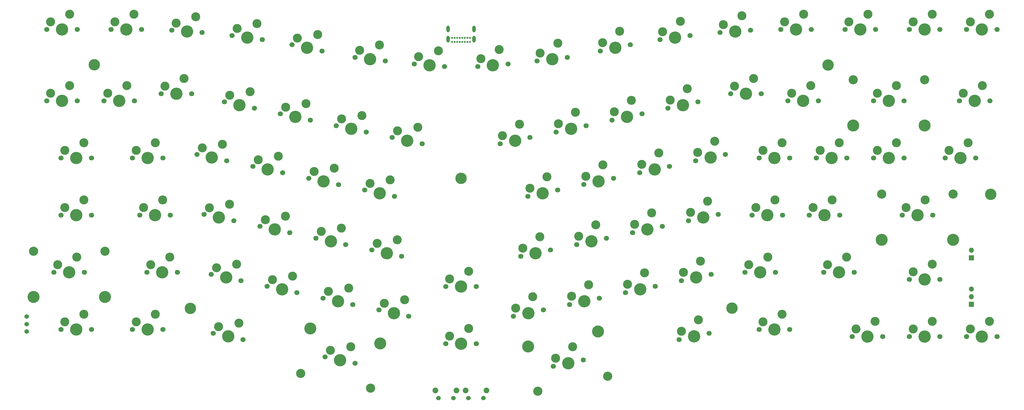
<source format=gbr>
%TF.GenerationSoftware,KiCad,Pcbnew,7.0.10*%
%TF.CreationDate,2024-01-25T00:58:59+01:00*%
%TF.ProjectId,Wonderland,576f6e64-6572-46c6-916e-642e6b696361,rev?*%
%TF.SameCoordinates,Original*%
%TF.FileFunction,Soldermask,Top*%
%TF.FilePolarity,Negative*%
%FSLAX46Y46*%
G04 Gerber Fmt 4.6, Leading zero omitted, Abs format (unit mm)*
G04 Created by KiCad (PCBNEW 7.0.10) date 2024-01-25 00:58:59*
%MOMM*%
%LPD*%
G01*
G04 APERTURE LIST*
%ADD10C,1.700000*%
%ADD11C,3.000000*%
%ADD12C,4.100000*%
%ADD13C,3.050000*%
%ADD14C,4.000000*%
%ADD15C,3.800000*%
%ADD16C,1.524000*%
%ADD17C,1.900000*%
%ADD18R,1.700000X1.700000*%
%ADD19O,1.700000X1.700000*%
%ADD20C,0.650000*%
%ADD21O,1.108000X2.216000*%
G04 APERTURE END LIST*
D10*
%TO.C,KD1*%
X71667585Y-96097303D03*
D11*
X72937585Y-93557303D03*
D12*
X76747585Y-96097303D03*
D11*
X79287585Y-91017303D03*
D10*
X81827585Y-96097303D03*
%TD*%
%TO.C,KB11*%
X268548485Y-55616003D03*
D11*
X269818485Y-53076003D03*
D12*
X273628485Y-55616003D03*
D11*
X276168485Y-50536003D03*
D10*
X278708485Y-55616003D03*
%TD*%
%TO.C,KD11*%
X275692285Y-96097303D03*
D11*
X276962285Y-93557303D03*
D12*
X280772285Y-96097303D03*
D11*
X283312285Y-91017303D03*
D10*
X285852285Y-96097303D03*
%TD*%
%TO.C,KC12*%
X316173485Y-77047303D03*
D11*
X317443485Y-74507303D03*
D12*
X321253485Y-77047303D03*
D11*
X323793485Y-71967303D03*
D10*
X326333485Y-77047303D03*
%TD*%
%TO.C,KC4*%
X127986892Y-83803526D03*
D11*
X129757235Y-81583079D03*
D12*
X132955882Y-84859718D03*
D11*
X136496568Y-80418824D03*
D10*
X137924872Y-85915909D03*
%TD*%
%TO.C,KB10*%
X247668810Y-60472991D03*
D11*
X248382962Y-57724449D03*
D12*
X252637800Y-59416800D03*
D11*
X254066103Y-53919715D03*
D10*
X257606790Y-58360609D03*
%TD*%
%TO.C,KE3*%
X114115692Y-119806226D03*
D11*
X115886035Y-117585779D03*
D12*
X119084682Y-120862418D03*
D11*
X122625368Y-116421524D03*
D10*
X124053672Y-121918609D03*
%TD*%
%TO.C,KB9*%
X229035110Y-64433691D03*
D11*
X229749262Y-61685149D03*
D12*
X234004100Y-63377500D03*
D11*
X235432403Y-57880415D03*
D10*
X238973090Y-62321309D03*
%TD*%
%TO.C,KC1*%
X69286285Y-77047303D03*
D11*
X70556285Y-74507303D03*
D12*
X74366285Y-77047303D03*
D11*
X76906285Y-71967303D03*
D10*
X79446285Y-77047303D03*
%TD*%
%TO.C,KA2*%
X82346127Y-34518068D03*
D11*
X83790215Y-32072846D03*
D12*
X87413752Y-34872431D03*
D11*
X90301928Y-29981987D03*
D10*
X92481378Y-35226794D03*
%TD*%
%TO.C,KF8*%
X328079785Y-136578503D03*
D11*
X329349785Y-134038503D03*
D12*
X333159785Y-136578503D03*
D11*
X335699785Y-131498503D03*
D10*
X338239785Y-136578503D03*
%TD*%
%TO.C,KA9*%
X225137810Y-41409591D03*
D11*
X225851962Y-38661049D03*
D12*
X230106800Y-40353400D03*
D11*
X231535103Y-34856315D03*
D10*
X235075790Y-39297209D03*
%TD*%
%TO.C,KA12*%
X285217285Y-34184803D03*
D11*
X286487285Y-31644803D03*
D12*
X290297285Y-34184803D03*
D11*
X292837285Y-29104803D03*
D10*
X295377285Y-34184803D03*
%TD*%
%TO.C,KE8*%
X214832410Y-125879391D03*
D11*
X215546562Y-123130849D03*
D12*
X219801400Y-124823200D03*
D11*
X221229703Y-119326115D03*
D10*
X224770390Y-123767009D03*
%TD*%
%TO.C,KF0*%
X45473835Y-134197303D03*
D11*
X46743835Y-131657303D03*
D12*
X50553835Y-134197303D03*
D11*
X53093835Y-129117303D03*
D10*
X55633835Y-134197303D03*
%TD*%
D13*
%TO.C,KD13*%
X318878535Y-89097303D03*
D14*
X318878535Y-104337303D03*
D10*
X325698535Y-96097303D03*
D11*
X326968535Y-93557303D03*
D12*
X330778535Y-96097303D03*
D11*
X333318535Y-91017303D03*
D10*
X335858535Y-96097303D03*
D13*
X342678535Y-89097303D03*
D14*
X342678535Y-104337303D03*
%TD*%
D10*
%TO.C,KC11*%
X297123485Y-77047303D03*
D11*
X298393485Y-74507303D03*
D12*
X302203485Y-77047303D03*
D11*
X304743485Y-71967303D03*
D10*
X307283485Y-77047303D03*
%TD*%
D15*
%TO.C,MountTopMiddle6*%
X355131285Y-89199803D03*
%TD*%
D16*
%TO.C,RSW2*%
X176210000Y-157040000D03*
X171210000Y-157040000D03*
D17*
X177210000Y-154540000D03*
X170210000Y-154540000D03*
%TD*%
D10*
%TO.C,KA11*%
X265038388Y-35226833D03*
D11*
X266128113Y-32604430D03*
D12*
X270106013Y-34872470D03*
D11*
X272285463Y-29627663D03*
D10*
X275173638Y-34518107D03*
%TD*%
%TO.C,KD9*%
X235847310Y-101936891D03*
D11*
X236561462Y-99188349D03*
D12*
X240816300Y-100880700D03*
D11*
X242244603Y-95383615D03*
D10*
X245785290Y-99824509D03*
%TD*%
%TO.C,KA13*%
X306648485Y-34184803D03*
D11*
X307918485Y-31644803D03*
D12*
X311728485Y-34184803D03*
D11*
X314268485Y-29104803D03*
D10*
X316808485Y-34184803D03*
%TD*%
%TO.C,KD4*%
X130368192Y-103785226D03*
D11*
X132138535Y-101564779D03*
D12*
X135337182Y-104841418D03*
D11*
X138877868Y-100400524D03*
D10*
X140306172Y-105897609D03*
%TD*%
%TO.C,KA3*%
X102478503Y-36225031D03*
D11*
X104089643Y-33886500D03*
D12*
X107509065Y-36932030D03*
D11*
X110731345Y-32254968D03*
D10*
X112539626Y-37639029D03*
%TD*%
D14*
%TO.C,KF4*%
X201092121Y-139851464D03*
D13*
X204260695Y-154758434D03*
D10*
X209476280Y-146493443D03*
D11*
X210190432Y-143744900D03*
D12*
X214445270Y-145437251D03*
D11*
X215873573Y-139940166D03*
D10*
X219414259Y-144381060D03*
D14*
X224372034Y-134903166D03*
D13*
X227540608Y-149810136D03*
%TD*%
D10*
%TO.C,KF10*%
X328079785Y-34184803D03*
D11*
X329349785Y-31644803D03*
D12*
X333159785Y-34184803D03*
D11*
X335699785Y-29104803D03*
D10*
X338239785Y-34184803D03*
%TD*%
%TO.C,KB2*%
X78811285Y-55616003D03*
D11*
X80081285Y-53076003D03*
D12*
X83891285Y-55616003D03*
D11*
X86431285Y-50536003D03*
D10*
X88971285Y-55616003D03*
%TD*%
%TO.C,KA10*%
X244980150Y-37638982D03*
D11*
X245884291Y-34946951D03*
D12*
X250010712Y-36931983D03*
D11*
X251818994Y-31547921D03*
D10*
X255041274Y-36224983D03*
%TD*%
%TO.C,KB0*%
X40711285Y-57997303D03*
D11*
X41981285Y-55457303D03*
D12*
X45791285Y-57997303D03*
D11*
X48331285Y-52917303D03*
D10*
X50871285Y-57997303D03*
%TD*%
%TO.C,KB6*%
X155814092Y-70242726D03*
D11*
X157584435Y-68022279D03*
D12*
X160783082Y-71298918D03*
D11*
X164323768Y-66858024D03*
D10*
X165752072Y-72355109D03*
%TD*%
D15*
%TO.C,MountTopMiddle4*%
X268941285Y-127139803D03*
%TD*%
D10*
%TO.C,KA5*%
X143375447Y-43512614D03*
D11*
X144945529Y-41146321D03*
D12*
X148417582Y-44131711D03*
D11*
X151557745Y-39399124D03*
D10*
X153459716Y-44750807D03*
%TD*%
%TO.C,KB4*%
X118546692Y-62321326D03*
D11*
X120317035Y-60100879D03*
D12*
X123515682Y-63377518D03*
D11*
X127056368Y-58936624D03*
D10*
X128484672Y-64433709D03*
%TD*%
%TO.C,KE6*%
X173679885Y-138959803D03*
D11*
X174949885Y-136419803D03*
D12*
X178759885Y-138959803D03*
D11*
X181299885Y-133879803D03*
D10*
X183839885Y-138959803D03*
%TD*%
%TO.C,KC7*%
X219594910Y-85915891D03*
D11*
X220309062Y-83167349D03*
D12*
X224563900Y-84859700D03*
D11*
X225992203Y-79362615D03*
D10*
X229532890Y-83803509D03*
%TD*%
%TO.C,KC6*%
X200961210Y-89876591D03*
D11*
X201675362Y-87128049D03*
D12*
X205930200Y-88820400D03*
D11*
X207358503Y-83323315D03*
D10*
X210899190Y-87764209D03*
%TD*%
%TO.C,KE11*%
X273310985Y-115147303D03*
D11*
X274580985Y-112607303D03*
D12*
X278390985Y-115147303D03*
D11*
X280930985Y-110067303D03*
D10*
X283470985Y-115147303D03*
%TD*%
%TO.C,KA8*%
X204060058Y-44750796D03*
D11*
X205011044Y-42074955D03*
D12*
X209102193Y-44131700D03*
D11*
X211004164Y-38780017D03*
D10*
X214144327Y-43512603D03*
%TD*%
%TO.C,KE4*%
X132749392Y-123767026D03*
D11*
X134519735Y-121546579D03*
D12*
X137718382Y-124823218D03*
D11*
X141259068Y-120382324D03*
D10*
X142687372Y-125879409D03*
%TD*%
%TO.C,KF11*%
X347129785Y-34184803D03*
D11*
X348399785Y-31644803D03*
D12*
X352209785Y-34184803D03*
D11*
X354749785Y-29104803D03*
D10*
X357289785Y-34184803D03*
%TD*%
%TO.C,KC3*%
X109353192Y-79842826D03*
D11*
X111123535Y-77622379D03*
D12*
X114322182Y-80899018D03*
D11*
X117862868Y-76458124D03*
D10*
X119291172Y-81955209D03*
%TD*%
%TO.C,KB3*%
X99912992Y-58360626D03*
D11*
X101683335Y-56140179D03*
D12*
X104881982Y-59416818D03*
D11*
X108422668Y-54975924D03*
D10*
X109850972Y-60473009D03*
%TD*%
%TO.C,KD7*%
X198579910Y-109858391D03*
D11*
X199294062Y-107109849D03*
D12*
X203548900Y-108802200D03*
D11*
X204977203Y-103305115D03*
D10*
X208517890Y-107746009D03*
%TD*%
D15*
%TO.C,MountTopMiddle1*%
X56521285Y-45989803D03*
%TD*%
D16*
%TO.C,RSW1*%
X186210000Y-157040000D03*
X181210000Y-157040000D03*
D17*
X187210000Y-154540000D03*
X180210000Y-154540000D03*
%TD*%
D10*
%TO.C,KD2*%
X93100792Y-95863826D03*
D11*
X94871135Y-93643379D03*
D12*
X98069782Y-96920018D03*
D11*
X101610468Y-92479124D03*
D10*
X103038772Y-97976209D03*
%TD*%
%TO.C,KD6*%
X173679885Y-119909803D03*
D11*
X174949885Y-117369803D03*
D12*
X178759885Y-119909803D03*
D11*
X181299885Y-114829803D03*
D10*
X183839885Y-119909803D03*
%TD*%
%TO.C,KF7*%
X309029785Y-136578503D03*
D11*
X310299785Y-134038503D03*
D12*
X314109785Y-136578503D03*
D11*
X316649785Y-131498503D03*
D10*
X319189785Y-136578503D03*
%TD*%
%TO.C,KC2*%
X90719492Y-75882026D03*
D11*
X92489835Y-73661579D03*
D12*
X95688482Y-76938218D03*
D11*
X99229168Y-72497324D03*
D10*
X100657472Y-77994409D03*
%TD*%
D15*
%TO.C,MountTopMiddle3*%
X178740000Y-83830000D03*
%TD*%
D10*
%TO.C,KE12*%
X299504735Y-115147303D03*
D11*
X300774735Y-112607303D03*
D12*
X304584735Y-115147303D03*
D11*
X307124735Y-110067303D03*
D10*
X309664735Y-115147303D03*
%TD*%
%TO.C,KC13*%
X339985985Y-77047303D03*
D11*
X341255985Y-74507303D03*
D12*
X345065985Y-77047303D03*
D11*
X347605985Y-71967303D03*
D10*
X350145985Y-77047303D03*
%TD*%
%TO.C,KE5*%
X151383192Y-127727726D03*
D11*
X153153535Y-125507279D03*
D12*
X156352182Y-128783918D03*
D11*
X159892868Y-124343024D03*
D10*
X161321172Y-129840109D03*
%TD*%
%TO.C,KC5*%
X146620692Y-87764226D03*
D11*
X148391035Y-85543779D03*
D12*
X151589682Y-88820418D03*
D11*
X155130368Y-84379524D03*
D10*
X156558672Y-89876609D03*
%TD*%
%TO.C,KC8*%
X238228610Y-81955191D03*
D11*
X238942762Y-79206649D03*
D12*
X243197600Y-80899000D03*
D11*
X244625903Y-75401915D03*
D10*
X248166590Y-79842809D03*
%TD*%
%TO.C,KA4*%
X122443992Y-39297226D03*
D11*
X124214335Y-37076779D03*
D12*
X127412982Y-40353418D03*
D11*
X130953668Y-35912524D03*
D10*
X132381972Y-41409609D03*
%TD*%
%TO.C,KD0*%
X45473835Y-96097303D03*
D11*
X46743835Y-93557303D03*
D12*
X50553835Y-96097303D03*
D11*
X53093835Y-91017303D03*
D10*
X55633835Y-96097303D03*
%TD*%
%TO.C,KA6*%
X163130312Y-45714665D03*
D11*
X164616855Y-43295018D03*
D12*
X168190981Y-46157416D03*
D11*
X171164067Y-41318122D03*
D10*
X173251650Y-46600167D03*
%TD*%
%TO.C,KD12*%
X294742285Y-96097303D03*
D11*
X296012285Y-93557303D03*
D12*
X299822285Y-96097303D03*
D11*
X302362285Y-91017303D03*
D10*
X304902285Y-96097303D03*
%TD*%
%TO.C,KB12*%
X287598485Y-57997303D03*
D11*
X288868485Y-55457303D03*
D12*
X292678485Y-57997303D03*
D11*
X295218485Y-52917303D03*
D10*
X297758485Y-57997303D03*
%TD*%
%TO.C,KF2*%
X96179706Y-135469416D03*
D11*
X97950049Y-133248969D03*
D12*
X101148696Y-136525607D03*
D11*
X104689382Y-132084713D03*
D10*
X106117686Y-137581799D03*
%TD*%
D16*
%TO.C,J3*%
X34021285Y-134929803D03*
X34021285Y-132429803D03*
X34021285Y-129929803D03*
%TD*%
D10*
%TO.C,KA0*%
X40711285Y-34184803D03*
D11*
X41981285Y-31644803D03*
D12*
X45791285Y-34184803D03*
D11*
X48331285Y-29104803D03*
D10*
X50871285Y-34184803D03*
%TD*%
%TO.C,KF12*%
X344748485Y-57997303D03*
D11*
X346018485Y-55457303D03*
D12*
X349828485Y-57997303D03*
D11*
X352368485Y-52917303D03*
D10*
X354908485Y-57997303D03*
%TD*%
%TO.C,KB7*%
X191767710Y-72355191D03*
D11*
X192481862Y-69606649D03*
D12*
X196736700Y-71299000D03*
D11*
X198165003Y-65801915D03*
D10*
X201705690Y-70242809D03*
%TD*%
D13*
%TO.C,KE0*%
X36272535Y-108147303D03*
D14*
X36272535Y-123387303D03*
D10*
X43092535Y-115147303D03*
D11*
X44362535Y-112607303D03*
D12*
X48172535Y-115147303D03*
D11*
X50712535Y-110067303D03*
D10*
X53252535Y-115147303D03*
D13*
X60072535Y-108147303D03*
D14*
X60072535Y-123387303D03*
%TD*%
D10*
%TO.C,KB8*%
X210401410Y-68394391D03*
D11*
X211115562Y-65645849D03*
D12*
X215370400Y-67338200D03*
D11*
X216798703Y-61841115D03*
D10*
X220339390Y-66282009D03*
%TD*%
%TO.C,KC9*%
X256862310Y-77994491D03*
D11*
X257576462Y-75245949D03*
D12*
X261831300Y-76938300D03*
D11*
X263259603Y-71441215D03*
D10*
X266800290Y-75882109D03*
%TD*%
D13*
%TO.C,KB13*%
X309353485Y-50997303D03*
D14*
X309353485Y-66237303D03*
D10*
X316173485Y-57997303D03*
D11*
X317443485Y-55457303D03*
D12*
X321253485Y-57997303D03*
D11*
X323793485Y-52917303D03*
D10*
X326333485Y-57997303D03*
D13*
X333153485Y-50997303D03*
D14*
X333153485Y-66237303D03*
%TD*%
D10*
%TO.C,KB5*%
X137180392Y-66282026D03*
D11*
X138950735Y-64061579D03*
D12*
X142149382Y-67338218D03*
D11*
X145690068Y-62897324D03*
D10*
X147118372Y-68394409D03*
%TD*%
%TO.C,KE1*%
X74048785Y-115147303D03*
D11*
X75318785Y-112607303D03*
D12*
X79128785Y-115147303D03*
D11*
X81668785Y-110067303D03*
D10*
X84208785Y-115147303D03*
%TD*%
%TO.C,KC0*%
X45473785Y-77047303D03*
D11*
X46743785Y-74507303D03*
D12*
X50553785Y-77047303D03*
D11*
X53093785Y-71967303D03*
D10*
X55633785Y-77047303D03*
%TD*%
%TO.C,KA7*%
X184268129Y-46600150D03*
D11*
X185311921Y-43959128D03*
D12*
X189328798Y-46157399D03*
D11*
X191416381Y-40875354D03*
D10*
X194389467Y-45714648D03*
%TD*%
D14*
%TO.C,KF3*%
X128488480Y-133917362D03*
D13*
X125319906Y-148824331D03*
D10*
X133447190Y-143390854D03*
D11*
X135217533Y-141170407D03*
D12*
X138416180Y-144447046D03*
D11*
X141956866Y-140006152D03*
D10*
X143385170Y-145503237D03*
D14*
X151768393Y-138865660D03*
D13*
X148599819Y-153772630D03*
%TD*%
D15*
%TO.C,MountTopMiddle5*%
X300941285Y-46069803D03*
%TD*%
D10*
%TO.C,KF9*%
X347129785Y-136578503D03*
D11*
X348399785Y-134038503D03*
D12*
X352209785Y-136578503D03*
D11*
X354749785Y-131498503D03*
D10*
X357289785Y-136578503D03*
%TD*%
%TO.C,KD3*%
X111734492Y-99824526D03*
D11*
X113504835Y-97604079D03*
D12*
X116703482Y-100880718D03*
D11*
X120244168Y-96439824D03*
D10*
X121672472Y-101936909D03*
%TD*%
%TO.C,KE2*%
X95481992Y-115845526D03*
D11*
X97252335Y-113625079D03*
D12*
X100450982Y-116901718D03*
D11*
X103991668Y-112460824D03*
D10*
X105419972Y-117957909D03*
%TD*%
%TO.C,KF5*%
X251402124Y-137581802D03*
D11*
X252116276Y-134833259D03*
D12*
X256371114Y-136525610D03*
D11*
X257799417Y-131028525D03*
D10*
X261340104Y-135469419D03*
%TD*%
%TO.C,KD8*%
X217213610Y-105897591D03*
D11*
X217927762Y-103149049D03*
D12*
X222182600Y-104841400D03*
D11*
X223610903Y-99344315D03*
D10*
X227151590Y-103785209D03*
%TD*%
%TO.C,KD5*%
X149001892Y-107745926D03*
D11*
X150772235Y-105525479D03*
D12*
X153970882Y-108802118D03*
D11*
X157511568Y-104361224D03*
D10*
X158939872Y-109858309D03*
%TD*%
%TO.C,KC10*%
X278073485Y-77047303D03*
D11*
X279343485Y-74507303D03*
D12*
X283153485Y-77047303D03*
D11*
X285693485Y-71967303D03*
D10*
X288233485Y-77047303D03*
%TD*%
%TO.C,KA1*%
X62142585Y-34184803D03*
D11*
X63412585Y-31644803D03*
D12*
X67222585Y-34184803D03*
D11*
X69762585Y-29104803D03*
D10*
X72302585Y-34184803D03*
%TD*%
D15*
%TO.C,MountTopMiddle2*%
X88531285Y-127169803D03*
%TD*%
D10*
%TO.C,KE9*%
X233466110Y-121918691D03*
D11*
X234180262Y-119170149D03*
D12*
X238435100Y-120862500D03*
D11*
X239863403Y-115365415D03*
D10*
X243404090Y-119806309D03*
%TD*%
%TO.C,KE10*%
X252099810Y-117957891D03*
D11*
X252813962Y-115209349D03*
D12*
X257068800Y-116901700D03*
D11*
X258497103Y-111404615D03*
D10*
X262037790Y-115845509D03*
%TD*%
D18*
%TO.C,J1*%
X348734785Y-125837903D03*
D19*
X348734785Y-123297903D03*
X348734785Y-120757903D03*
%TD*%
D10*
%TO.C,KF6*%
X278073535Y-134197303D03*
D11*
X279343535Y-131657303D03*
D12*
X283153535Y-134197303D03*
D11*
X285693535Y-129117303D03*
D10*
X288233535Y-134197303D03*
%TD*%
%TO.C,KB1*%
X59761285Y-57997303D03*
D11*
X61031285Y-55457303D03*
D12*
X64841285Y-57997303D03*
D11*
X67381285Y-52917303D03*
D10*
X69921285Y-57997303D03*
%TD*%
%TO.C,KD10*%
X254481010Y-97976191D03*
D11*
X255195162Y-95227649D03*
D12*
X259450000Y-96920000D03*
D11*
X260878303Y-91422915D03*
D10*
X264418990Y-95863809D03*
%TD*%
%TO.C,KF1*%
X69286335Y-134197303D03*
D11*
X70556335Y-131657303D03*
D12*
X74366335Y-134197303D03*
D11*
X76906335Y-129117303D03*
D10*
X79446335Y-134197303D03*
%TD*%
D18*
%TO.C,J2*%
X348734785Y-110377903D03*
D19*
X348734785Y-107837903D03*
%TD*%
D10*
%TO.C,KE13*%
X328079785Y-117528503D03*
D11*
X329349785Y-114988503D03*
D12*
X333159785Y-117528503D03*
D11*
X335699785Y-112448503D03*
D10*
X338239785Y-117528503D03*
%TD*%
%TO.C,KE7*%
X196198710Y-129840091D03*
D11*
X196912862Y-127091549D03*
D12*
X201167700Y-128783900D03*
D11*
X202596003Y-123286815D03*
D10*
X206136690Y-127727709D03*
%TD*%
D20*
%TO.C,JUSB1*%
X175766285Y-38384803D03*
X176616285Y-38384803D03*
X177466285Y-38384803D03*
X178316285Y-38384803D03*
X179166285Y-38384803D03*
X180016285Y-38384803D03*
X180866285Y-38384803D03*
X181716285Y-38384803D03*
X181716285Y-37034803D03*
X180866285Y-37034803D03*
X180016285Y-37034803D03*
X179166285Y-37034803D03*
X178316285Y-37034803D03*
X177466285Y-37034803D03*
X176616285Y-37034803D03*
X175766285Y-37034803D03*
D21*
X174416285Y-37404803D03*
X183066285Y-37404803D03*
X183066285Y-34024803D03*
X174416285Y-34024803D03*
%TD*%
M02*

</source>
